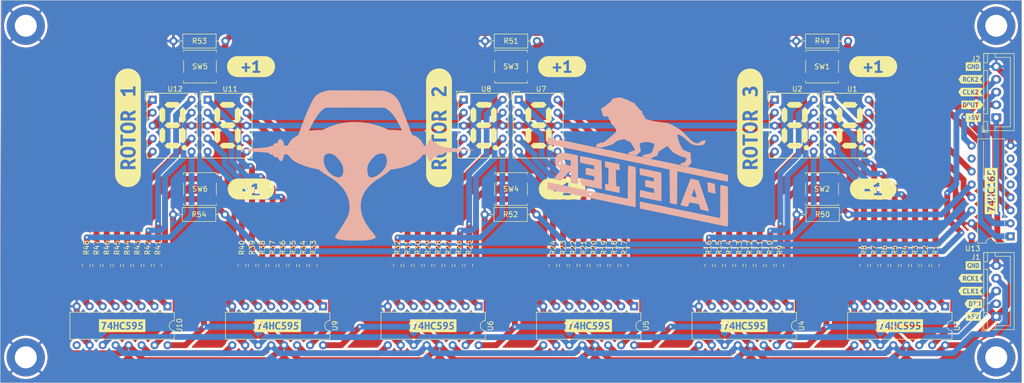
<source format=kicad_pcb>
(kicad_pcb (version 20220914) (generator pcbnew)
  (layers (0 "F.Cu" signal) (31 "B.Cu" signal) (34 "B.Paste" user) (35 "F.Paste" user) (36 "B.SilkS" user "B.Silkscreen") (37 "F.SilkS" user "F.Silkscreen") (38 "B.Mask" user) (39 "F.Mask" user) (44 "Edge.Cuts" user))
  (net 0 "")
  (net 1 "GND")
  (net 2 "+5V")
  (net 3 "ROTOR_DIN")
  (net 4 "ROTOR_CLK")
  (net 5 "ROTOR_RCK")
  (net 6 "ROT_IN_DOUT")
  (net 7 "ROT_IN_CLK")
  (net 8 "ROT_IN_RCK")
  (net 9 "Net-(U3-QA)")
  (net 10 "Net-(U1-A)")
  (net 11 "Net-(U3-QB)")
  (net 12 "Net-(U1-B)")
  (net 13 "Net-(U3-QC)")
  (net 14 "Net-(U1-C)")
  (net 15 "Net-(U3-QD)")
  (net 16 "Net-(U1-D)")
  (net 17 "Net-(U3-QE)")
  (net 18 "Net-(U1-E)")
  (net 19 "Net-(U3-QF)")
  (net 20 "Net-(U1-F)")
  (net 21 "Net-(U3-QG)")
  (net 22 "Net-(U1-G)")
  (net 23 "Net-(U3-QH)")
  (net 24 "Net-(U1-DP)")
  (net 25 "Net-(U4-QA)")
  (net 26 "Net-(U2-A)")
  (net 27 "Net-(U4-QB)")
  (net 28 "Net-(U2-B)")
  (net 29 "Net-(U4-QC)")
  (net 30 "Net-(U2-C)")
  (net 31 "Net-(U4-QD)")
  (net 32 "Net-(U2-D)")
  (net 33 "Net-(U4-QE)")
  (net 34 "Net-(U2-E)")
  (net 35 "Net-(U4-QF)")
  (net 36 "Net-(U2-F)")
  (net 37 "Net-(U4-QG)")
  (net 38 "Net-(U2-G)")
  (net 39 "Net-(U4-QH)")
  (net 40 "Net-(U2-DP)")
  (net 41 "Net-(U5-QA)")
  (net 42 "Net-(U7-A)")
  (net 43 "Net-(U5-QB)")
  (net 44 "Net-(U7-B)")
  (net 45 "Net-(U5-QC)")
  (net 46 "Net-(U7-C)")
  (net 47 "Net-(U5-QD)")
  (net 48 "Net-(U7-D)")
  (net 49 "Net-(U5-QE)")
  (net 50 "Net-(U7-E)")
  (net 51 "Net-(U5-QF)")
  (net 52 "Net-(U7-F)")
  (net 53 "Net-(U5-QG)")
  (net 54 "Net-(U7-G)")
  (net 55 "Net-(U5-QH)")
  (net 56 "Net-(U7-DP)")
  (net 57 "Net-(U6-QA)")
  (net 58 "Net-(U8-A)")
  (net 59 "Net-(U6-QB)")
  (net 60 "Net-(U8-B)")
  (net 61 "Net-(U6-QC)")
  (net 62 "Net-(U8-C)")
  (net 63 "Net-(U6-QD)")
  (net 64 "Net-(U8-D)")
  (net 65 "Net-(U6-QE)")
  (net 66 "Net-(U8-E)")
  (net 67 "Net-(U6-QF)")
  (net 68 "Net-(U8-F)")
  (net 69 "Net-(U6-QG)")
  (net 70 "Net-(U8-G)")
  (net 71 "Net-(U6-QH)")
  (net 72 "Net-(U8-DP)")
  (net 73 "Net-(U9-QA)")
  (net 74 "Net-(U11-A)")
  (net 75 "Net-(U9-QB)")
  (net 76 "Net-(U11-B)")
  (net 77 "Net-(U9-QC)")
  (net 78 "Net-(U11-C)")
  (net 79 "Net-(U9-QD)")
  (net 80 "Net-(U11-D)")
  (net 81 "Net-(U9-QE)")
  (net 82 "Net-(U11-E)")
  (net 83 "Net-(U9-QF)")
  (net 84 "Net-(U11-F)")
  (net 85 "Net-(U9-QG)")
  (net 86 "Net-(U11-G)")
  (net 87 "Net-(U9-QH)")
  (net 88 "Net-(U11-DP)")
  (net 89 "Net-(U10-QA)")
  (net 90 "Net-(U12-A)")
  (net 91 "Net-(U10-QB)")
  (net 92 "Net-(U12-B)")
  (net 93 "Net-(U10-QC)")
  (net 94 "Net-(U12-C)")
  (net 95 "Net-(U10-QD)")
  (net 96 "Net-(U12-D)")
  (net 97 "Net-(U10-QE)")
  (net 98 "Net-(U12-E)")
  (net 99 "Net-(U10-QF)")
  (net 100 "Net-(U12-F)")
  (net 101 "Net-(U10-QG)")
  (net 102 "Net-(U12-G)")
  (net 103 "Net-(U10-QH)")
  (net 104 "Net-(U12-DP)")
  (net 105 "Net-(U3-QH')")
  (net 106 "Net-(U4-QH')")
  (net 107 "Net-(U5-QH')")
  (net 108 "Net-(U6-QH')")
  (net 109 "Net-(U10-SER)")
  (net 111 "/ROTOR_3_UP")
  (net 112 "/ROTOR_3_DOWN")
  (net 117 "/ROTOR_1_UP")
  (net 118 "/ROTOR_1_DOWN")
  (net 119 "/ROTOR_2_UP")
  (net 120 "/ROTOR_2_DOWN")
  (footprint "Resistor_SMD:R_0805_2012Metric_Pad1.20x1.40mm_HandSolder" (layer "F.Cu") (at 133.2 77 90)
    (fp_text reference "R24")
    (fp_text value "155" hide)
  )
  (footprint "kibuzzard-63728953" (layer "F.Cu") (at 110.9 50 90)
    (fp_text reference "kibuzzard-63728953" hide)
    (fp_text value "G***" hide)
  )
  (footprint "Resistor_SMD:R_0805_2012Metric_Pad1.20x1.40mm_HandSolder" (layer "F.Cu") (at 175.7 77 90)
    (fp_text reference "R10")
    (fp_text value "155" hide)
  )
  (footprint "Resistor_SMD:R_0805_2012Metric_Pad1.20x1.40mm_HandSolder" (layer "F.Cu") (at 72.3 77 90)
    (fp_text reference "R40")
    (fp_text value "155" hide)
  )
  (footprint "kibuzzard-63728741" (layer "F.Cu") (at 109.775 88.8)
    (fp_text reference "kibuzzard-63728741" hide)
    (fp_text value "G***" hide)
  )
  (footprint "Resistor_SMD:R_0805_2012Metric_Pad1.20x1.40mm_HandSolder" (layer "F.Cu") (at 139.2 77 90)
    (fp_text reference "R21")
    (fp_text value "155" hide)
  )
  (footprint "Resistor_SMD:R_0805_2012Metric_Pad1.20x1.40mm_HandSolder" (layer "F.Cu") (at 78.3 77 90)
    (fp_text reference "R37")
    (fp_text value "155" hide)
  )
  (footprint "kibuzzard-637289FA" (layer "F.Cu") (at 215.5 87)
    (fp_text reference "kibuzzard-637289FA" hide)
    (fp_text value "G***" hide)
  )
  (footprint "HDSP-561E:HDSP-561E" (layer "F.Cu") (at 115.7325 44.5)
    (fp_text reference "U8" hide)
    (fp_text value "~" hide)
  )
  (footprint "kibuzzard-63728741" (layer "F.Cu") (at 170.675 88.8)
    (fp_text reference "kibuzzard-63728741" hide)
    (fp_text value "G***" hide)
  )
  (footprint "Resistor_SMD:R_0805_2012Metric_Pad1.20x1.40mm_HandSolder" (layer "F.Cu") (at 137.2 77 90)
    (fp_text reference "R22")
    (fp_text value "155" hide)
  )
  (footprint "Resistor_SMD:R_0805_2012Metric_Pad1.20x1.40mm_HandSolder" (layer "F.Cu") (at 167.7 77 90)
    (fp_text reference "R14")
    (fp_text value "155" hide)
  )
  (footprint "kibuzzard-63728A60" (layer "F.Cu") (at 215 40.5)
    (fp_text reference "kibuzzard-63728A60" hide)
    (fp_text value "G***" hide)
  )
  (footprint "kibuzzard-63728829" (layer "F.Cu") (at 50 50 90)
    (fp_text reference "kibuzzard-63728829" hide)
    (fp_text value "G***" hide)
  )
  (footprint "Resistor_SMD:R_0805_2012Metric_Pad1.20x1.40mm_HandSolder" (layer "F.Cu") (at 135.2 77 90)
    (fp_text reference "R23")
    (fp_text value "155" hide)
  )
  (footprint "Resistor_SMD:R_0805_2012Metric_Pad1.20x1.40mm_HandSolder" (layer "F.Cu") (at 141.2 77 90)
    (fp_text reference "R20")
    (fp_text value "155" hide)
  )
  (footprint "Package_DIP:DIP-16_W7.62mm" (layer "F.Cu") (at 57.75 85 -90)
    (fp_text reference "U10")
    (fp_text value "74HC595")
  )
  (footprint "Package_DIP:DIP-16_W7.62mm" (layer "F.Cu") (at 118.65 85 -90)
    (fp_text reference "U6")
    (fp_text value "74HC595")
  )
  (footprint "Resistor_SMD:R_0805_2012Metric_Pad1.20x1.40mm_HandSolder" (layer "F.Cu") (at 104.75 77 90)
    (fp_text reference "R31")
    (fp_text value "155" hide)
  )
  (footprint "Resistor_SMD:R_0805_2012Metric_Pad1.20x1.40mm_HandSolder" (layer "F.Cu") (at 41.85 77 90)
    (fp_text reference "R48")
    (fp_text value "155" hide)
  )
  (footprint "kibuzzard-63728A71" (layer "F.Cu") (at 215 82)
    (fp_text reference "kibuzzard-63728A71" hide)
    (fp_text value "G***" hide)
  )
  (footprint "Resistor_SMD:R_0805_2012Metric_Pad1.20x1.40mm_HandSolder" (layer "F.Cu") (at 74.3 77 90)
    (fp_text reference "R39")
    (fp_text value "155" hide)
  )
  (footprint "Resistor_THT:R_Axial_DIN0207_L6.3mm_D2.5mm_P10.16mm_Horizontal" (layer "F.Cu") (at 191 33 180)
    (fp_text reference "R49")
    (fp_text value "10k" hide)
  )
  (footprint "Resistor_SMD:R_0805_2012Metric_Pad1.20x1.40mm_HandSolder" (layer "F.Cu") (at 177.65 77 90)
    (fp_text reference "R9")
    (fp_text value "155" hide)
  )
  (footprint "MountingHole:MountingHole_4.3mm_M4_DIN965_Pad" (layer "F.Cu") (at 30 95)
    (fp_text reference "H3" hide)
    (fp_text value "MountingHole_Pad" hide)
  )
  (footprint "Resistor_SMD:R_0805_2012Metric_Pad1.20x1.40mm_HandSolder" (layer "F.Cu") (at 80.3 77 90)
    (fp_text reference "R36")
    (fp_text value "155" hide)
  )
  (footprint "kibuzzard-637289C5" (layer "F.Cu") (at 215.5 84.5)
    (fp_text reference "kibuzzard-637289C5" hide)
    (fp_text value "G***" hide)
  )
  (footprint "Button_Switch_SMD:SW_Push_1P1T_NO_CK_KSC6xxJ" (layer "F.Cu") (at 185.8999 62)
    (fp_text reference "SW2")
    (fp_text value "SW_Push_Dual")
  )
  (footprint "MountingHole:MountingHole_4.3mm_M4_DIN965_Pad" (layer "F.Cu") (at 30 30)
    (fp_text reference "H1" hide)
    (fp_text value "MountingHole_Pad" hide)
  )
  (footprint "MountingHole:MountingHole_4.3mm_M4_DIN965_Pad" (layer "F.Cu") (at 220 30)
    (fp_text reference "H2" hide)
    (fp_text value "MountingHole_Pad" hide)
  )
  (footprint "Resistor_SMD:R_0805_2012Metric_Pad1.20x1.40mm_HandSolder" (layer "F.Cu") (at 112.75 77 90)
    (fp_text reference "R27")
    (fp_text value "155" hide)
  )
  (footprint "Resistor_SMD:R_0805_2012Metric_Pad1.20x1.40mm_HandSolder" (layer "F.Cu") (at 165.7 77 90)
    (fp_text reference "R15")
    (fp_text value "155" hide)
  )
  (footprint "Resistor_SMD:R_0805_2012Metric_Pad1.20x1.40mm_HandSolder" (layer "F.Cu") (at 110.75 77 90)
    (fp_text reference "R28")
    (fp_text value "155" hide)
  )
  (footprint "Resistor_SMD:R_0805_2012Metric_Pad1.20x1.40mm_HandSolder" (layer "F.Cu") (at 49.85 77 90)
    (fp_text reference "R44")
    (fp_text value "155" hide)
  )
  (footprint "Button_Switch_SMD:SW_Push_1P1T_NO_CK_KSC6xxJ" (layer "F.Cu") (at 125 38 180)
    (fp_text reference "SW3")
    (fp_text value "SW_Push_Dual" hide)
  )
  (footprint "kibuzzard-63728A6D" (layer "F.Cu") (at 215 79.5)
    (fp_text reference "kibuzzard-63728A6D" hide)
    (fp_text value "G***" hide)
  )
  (footprint "Package_DIP:DIP-16_W7.62mm" (layer "F.Cu") (at 210 85 -90)
    (fp_text reference "U3")
    (fp_text value "74HC595")
  )
  (footprint "kibuzzard-6372869D" (layer "F.Cu") (at 74.09999 62)
    (fp_text reference "kibuzzard-6372869D" hide)
    (fp_text value "G***" hide)
  )
  (footprint "Resistor_SMD:R_0805_2012Metric_Pad1.20x1.40mm_HandSolder" (layer "F.Cu") (at 194.1 77 90)
    (fp_text reference "R8")
    (fp_text value "155" hide)
  )
  (footprint "HDSP-561E:HDSP-561E" (layer "F.Cu") (at 176.6325 44.5)
    (fp_text reference "U2" hide)
    (fp_text value "~" hide)
  )
  (footprint "Resistor_SMD:R_0805_2012Metric_Pad1.20x1.40mm_HandSolder" (layer "F.Cu") (at 43.85 77 90)
    (fp_text reference "R47")
    (fp_text value "155" hide)
  )
  (footprint "kibuzzard-63728972" (layer "F.Cu") (at 215.5 77)
    (fp_text reference "kibuzzard-63728972" hide)
    (fp_text value "G***" hide)
  )
  (footprint "Resistor_SMD:R_0805_2012Metric_Pad1.20x1.40mm_HandSolder" (layer "F.Cu") (at 55.85 77 90)
    (fp_text reference "R41")
    (fp_text value "155" hide)
  )
  (footprint "Resistor_THT:R_Axial_DIN0207_L6.3mm_D2.5mm_P10.16mm_Horizontal" (layer "F.Cu") (at 130 67 180)
    (fp_text reference "R52")
    (fp_text value "10k" hide)
  )
  (footprint "Resistor_SMD:R_0805_2012Metric_Pad1.20x1.40mm_HandSolder" (layer "F.Cu") (at 147.2 77 90)
    (fp_text reference "R17")
    (fp_text value "155" hide)
  )
  (footprint "Resistor_SMD:R_0805_2012Metric_Pad1.20x1.40mm_HandSolder" (layer "F.Cu") (at 196.1 77 90)
    (fp_text reference "R7")
    (fp_text value "155" hide)
  )
  (footprint "kibuzzard-6372894E" (layer "F.Cu") (at 171.8 50 90)
    (fp_text reference "kibuzzard-6372894E" hide)
    (fp_text value "G***" hide)
  )
  (footprint "Resistor_SMD:R_0805_2012Metric_Pad1.20x1.40mm_HandSolder" (layer "F.Cu") (at 198.1 77 90)
    (fp_text reference "R6")
    (fp_text value "155" hide)
  )
  (footprint "Resistor_SMD:R_0805_2012Metric_Pad1.20x1.40mm_HandSolder" (layer "F.Cu") (at 45.85 77 90)
    (fp_text reference "R46")
    (fp_text value "155" hide)
  )
  (footprint "kibuzzard-63728741" (layer "F.Cu") (at 79.325 88.8)
    (fp_text reference "kibuzzard-63728741" hide)
    (fp_text value "G***" hide)
  )
  (footprint "kibuzzard-63728640" (layer "F.Cu") (at 135 38)
    (fp_text reference "kibuzzard-63728640" hide)
    (fp_text value "G***" hide)
  )
  (footprint "Resistor_SMD:R_0805_2012Metric_Pad1.20x1.40mm_HandSolder" (layer "F.Cu") (at 108.75 77 90)
    (fp_text reference "R29")
    (fp_text value "155" hide)
  )
  (footprint "Connector_JST:JST_XH_B5B-XH-A_1x05_P2.50mm_Vertical" (layer "F.Cu") (at 220 48 90)
    (fp_text reference "J2")
    (fp_text value "Conn_01x05")
  )
  (footprint "Package_DIP:DIP-16_W7.62mm" (layer "F.Cu") (at 149.1 85 -90)
    (fp_text reference "U5")
    (fp_text value "74HC595")
  )
  (footprint "Resistor_SMD:R_0805_2012Metric_Pad1.20x1.40mm_HandSolder" (layer "F.Cu") (at 47.85 77 90)
    (fp_text reference "R45")
    (fp_text value "155" hide)
  )
  (footprint "Resistor_SMD:R_0805_2012Metric_Pad1.20x1.40mm_HandSolder" (layer "F.Cu") (at 204.1 77 90)
    (fp_text reference "R3")
    (fp_text value "155" hide)
  )
  (footprint "Button_Switch_SMD:SW_Push_1P1T_NO_CK_KSC6xxJ" (layer "F.Cu") (at 64.09999 38 180)
    (fp_text reference "SW5")
    (fp_text value "SW_Push_Dual" hide)
  )
  (footprint "Resistor_SMD:R_0805_2012Metric_Pad1.20x1.40mm_HandSolder" (layer "F.Cu") (at 82.3 77 90)
    (fp_text reference "R35")
    (fp_text value "155" hide)
  )
  (footprint "Resistor_SMD:R_0805_2012Metric_Pad1.20x1.40mm_HandSolder" (layer "F.Cu") (at 173.7 77 90)
    (fp_text reference "R11")
    (fp_text value "155" hide)
  )
  (footprint "Resistor_SMD:R_0805_2012Metric_Pad1.20x1.40mm_HandSolder" (layer "F.Cu") (at 206.1 77 90)
    (fp_text reference "R2")
    (fp_text value "155" hide)
  )
  (footprint "Resistor_SMD:R_0805_2012Metric_Pad1.20x1.40mm_HandSolder" (layer "F.Cu") (at 171.7 77 90)
    (fp_text reference "R12")
    (fp_text value "155" hide)
  )
  (footprint "Resistor_THT:R_Axial_DIN0207_L6.3mm_D2.5mm_P10.16mm_Horizontal" (layer "F.Cu") (at 69 67 180)
    (fp_text reference "R54")
    (fp_text value "10k" hide)
  )
  (footprint "Resistor_SMD:R_0805_2012Metric_Pad1.20x1.40mm_HandSolder" (layer "F.Cu") (at 169.7 77 90)
    (fp_text reference "R13")
    (fp_text value "155" hide)
  )
  (footprint "kibuzzard-6372869D" (layer "F.Cu") (at 195.8999 62)
    (fp_text reference "kibuzzard-6372869D" hide)
    (fp_text value "G***" hide)
  )
  (footprint "Resistor_SMD:R_0805_2012Metric_Pad1.20x1.40mm_HandSolder" (layer "F.Cu") (at 76.3 77 90)
    (fp_text reference "R38")
    (fp_text value "155" hide)
  )
  (footprint "HDSP-561E:HDSP-561E" (layer "F.Cu") (at 126.5 44.5)
    (fp_text reference "U7" hide)
    (fp_text value "~" hide)
  )
  (footprint "Resistor_SMD:R_0805_2012Metric_Pad1.20x1.40mm_HandSolder" (layer "F.Cu") (at 53.85 77 90)
    (fp_text reference "R42")
    (fp_text value "155" hide)
  )
  (footprint "Package_DIP:DIP-16_W7.62mm" (layer "F.Cu") (at 179.55 85 -90)
    (fp_text reference "U4")
    (fp_text value "74HC595")
  )
  (footprint "Package_DIP:DIP-16_W7.62mm" (layer "F.Cu") (at 222.8 71.275 180)
    (fp_text reference "U13")
    (fp_text value "74HC165")
  )
  (footprint "Resistor_SMD:R_0805_2012Metric_Pad1.20x1.40mm_HandSolder" (layer "F.Cu") (at 208.1 77 90)
    (fp_text reference "R1")
    (fp_text value "155" hide)
  )
  (footprint "Resistor_SMD:R_0805_2012Metric_Pad1.20x1.40mm_HandSolder" (layer "F.Cu") (at 200.1 77 90)
    (fp_text reference "R5")
    (fp_text value "155" hide)
  )
  (footprint "kibuzzard-6372875B" (layer "F.Cu") (at 219 62.4 90)
    (fp_text reference "kibuzzard-6372875B" hide)
    (fp_text value "G***" hide)
  )
  (footprint "Resistor_SMD:R_0805_2012Metric_Pad1.20x1.40mm_HandSolder" (layer "F.Cu") (at 114.75 77 90)
    (fp_text reference "R26")
    (fp_text value "155" hide)
  )
  (footprint "kibuzzard-63728A55" (layer "F.Cu") (at 215 43)
    (fp_text reference "kibuzzard-63728A55" hide)
    (fp_text value "G***" hide)
  )
  (footprint "Resistor_THT:R_Axial_DIN0207_L6.3mm_D2.5mm_P10.16mm_Horizontal" (layer "F.Cu") (at 69.08 33 180)
    (fp_text reference "R53")
    (fp_text value "10k" hide)
  )
  (footprint "Resistor_SMD:R_0805_2012Metric_Pad1.20x1.40mm_HandSolder" (layer "F.Cu") (at 84.3 77 90)
    (fp_text reference "R34")
    (fp_text value "155" hide)
  )
  (footprint "kibuzzard-6372869D" (layer "F.Cu") (at 135 62)
    (fp_text reference "kibuzzard-6372869D" hide)
    (fp_text value "G***" hide)
  )
  (footprint "Resistor_SMD:R_0805_2012Metric_Pad1.20x1.40mm_HandSolder" (layer "F.Cu") (at 86.3 77 90)
    (fp_text reference "R33")
    (fp_text value "155" hide)
  )
  (footprint "Connector_JST:JST_XH_B5B-XH-A_1x05_P2.50mm_Vertical" (layer "F.Cu") (at 220 87 90)
    (fp_text reference "J1")
    (fp_text value "Conn_01x05")
  )
  (footprint "Resistor_SMD:R_0805_2012Metric_Pad1.20x1.40mm_HandSolder" (layer "F.Cu") (at 143.2 77 90)
    (fp_text reference "R19")
    (fp_text value "155" hide)
  )
  (footprint "Resistor_SMD:R_0805_2012Metric_Pad1.20x1.40mm_HandSolder" (layer "F.Cu") (at 106.75 77 90)
    (fp_text reference "R30")
    (fp_text value "155" hide)
  )
  (footprint "Button_Switch_SMD:SW_Push_1P1T_NO_CK_KSC6xxJ" (layer "F.Cu") (at 185.8999 38 180)
    (fp_text reference "SW1")
    (fp_text value "SW_Push_Dual")
  )
  (footprint "Resistor_SMD:R_0805_2012Metric_Pad1.20x1.40mm_HandSolder" (layer "F.Cu") (at 202.1 77 90)
    (fp_text reference "R4")
    (fp_text value "155" hide)
  )
  (footprint "Resistor_THT:R_Axial_DIN0207_L6.3mm_D2.5mm_P10.16mm_Horizontal" (layer "F.Cu") (at 191.08 67 180)
    (fp_text reference "R50")
    (fp_text value "10k" hide)
  )
  (footprint "Resistor_SMD:R_0805_2012Metric_Pad1.20x1.40mm_HandSolder" (layer "F.Cu") (at 102.75 77 90)
    (fp_text reference "R32")
    (fp_text value "155" hide)
  )
  (footprint "kibuzzard-63728741" (layer "F.Cu") (at 48.875 88.8)
    (fp_text reference "kibuzzard-63728741" hide)
    (fp_text value "G***" hide)
  )
  (footprint "HDSP-561E:HDSP-561E" (layer "F.Cu") (at 65.59999 44.5)
    (fp_text reference "U11" hide)
    (fp_text value "~" hide)
  )
  (footprint "HDSP-561E:HDSP-561E" (layer "F.Cu") (at 187.3999 44.5)
    (fp_text reference "U1" hide)
    (fp_text value "~" hide)
  )
  (footprint "Button_Switch_SMD:SW_Push_1P1T_NO_CK_KSC6xxJ" (layer "F.Cu") (at 64.09999 62)
    (fp_text reference "SW6")
    (fp_text value "SW_Push_Dual" hide)
  )
  (footprint "HDSP-561E:HDSP-561E" (layer "F.Cu") (at 54.8325 44.5)
    (fp_text reference "U12" hide)
    (fp_text value "~" hide)
  )
  (footprint "kibuzzard-63728972" (layer "F.Cu") (at 215.5 38)
    (fp_text reference "kibuzzard-63728972" hide)
    (fp_text value "G***" hide)
  )
  (footprint "kibuzzard-637289FA" (layer "F.Cu") (at 215.5 48)
    (fp_text reference "kibuzzard-637289FA" hide)
    (fp_text value "G***" hide)
  )
  (footprint "Resistor_SMD:R_0805_2012Metric_Pad1.20x1.40mm_HandSolder" (layer "F.Cu") (at 145.2 77 90)
    (fp_text reference "R18")
    (fp_text value "155" hide)
  )
  (footprint "kibuzzard-63728741" (layer "F.Cu") (at 201.125 88.8)
    (fp_text reference "kibuzzard-63728741" hide)
    (fp_text value "G***" hide)
  )
  (footprint "Package_DIP:DIP-16_W7.62mm" (layer "F.Cu") (at 88.2 85 -90)
    (fp_text reference "U9")
    (fp_text value "74HC595")
  )
  (footprint "kibuzzard-63728640" (layer "F.Cu") (at 195.8999 38)
    (fp_text reference "kibuzzard-63728640" hide)
    (fp_text value "G***" hide)
  )
  (footprint "Resistor_SMD:R_0805_2012Metric_Pad1.20x1.40mm_HandSolder" (layer "F.Cu") (at 51.85 77 90)
    (fp_text reference "R43")
    (fp_text value "155" hide)
  )
  (footprint "kibuzzard-63728A42" (layer "F.Cu") (at 215.3 45.5)
    (fp_text reference "kibuzzard-63728A42" hide)
    (fp_text value "G***" hide)
  )
  (footprint "Resistor_SMD:R_0805_2012Metric_Pad1.20x1.40mm_HandSolder" (layer "F.Cu") (at 116.75 77 90)
    (fp_text reference "R25")
    (fp_text value "155" hide)
  )
  (footprint "Resistor_SMD:R_0805_2012Metric_Pad1.20x1.40mm_HandSolder" (layer "F.Cu") (at 163.7 77 90)
    (fp_text reference "R16")
    (fp_text value "155" hide)
  )
  (footprint "Resistor_THT:R_Axial_DIN0207_L6.3mm_D2.5mm_P10.16mm_Horizontal" (layer "F.Cu") (at 130.08 33 180)
    (fp_text reference "R51")
    (fp_text value "10k" hide)
  )
  (footprint "kibuzzard-63728640" (layer "F.Cu") (at 74.09999 38)
    (fp_text reference "kibuzzard-63728640" hide)
    (fp_text value "G***" hide)
  )
  (footprint "MountingHole:MountingHole_4.3mm_M4_DIN965_Pad" (layer "F.Cu") (at 220 95)
    (fp_text reference "H4" hide)
    (fp_text value "MountingHole_Pad" hide)
  )
  (footprint "kibuzzard-63728741" (layer "F.Cu") (at 140.225 88.8)
    (fp_text reference "kibuzzard-63728741" hide)
    (fp_text value "G***" hide)
  )
  (footprint "Button_Switch_SMD:SW_Push_1P1T_NO_CK_KSC6xxJ" (layer "F.Cu") (at 125 62)
    (fp_text reference "SW4")
    (fp_text value "SW_Push_Dual")
  )
  (footprint "LOGO" (layer "B.Cu") (at 150 57.5 180)
    (fp_text reference "G***" hide)
    (fp_text value "LOGO" hide)
  )
  (footprint "LOGO" (layer "B.Cu") (at 150 57.5 180)
    (fp_text reference "G***" hide)
    (fp_text value "LOGO" hide)
  )
  (footprint "LOGO" (layer "B.Cu") (at 95 57.5 180)
    (fp_text reference "G***" hide)
    (fp_text value "LOGO" hide)
  )
  (gr_rect (start 25 25) (end 225 100) (stroke (width 0.1)) (fill none) (layer "Edge.Cuts"))
  (segment (start 180.92 67) (end 180.92 73.7) (width 1.152) (layer "F.Cu") (net 1))
  (segment (start 70.42 90.08) (end 72.96 92.62) (width 1.152) (layer "F.Cu") (net 1))
  (segment (start 100.87 85) (end 100.87 90.08) (width 1.152) (layer "F.Cu") (net 1))
  (segment (start 119.84 73.52) (end 131.32 85) (width 1.152) (layer "F.Cu") (net 1))
  (segment (start 220 73.555) (end 220 77) (width 1.152) (layer "F.Cu") (net 1))
  (segment (start 131.32 85) (end 131.32 90.08) (width 1.152) (layer "F.Cu") (net 1))
  (segment (start 39.97 90.08) (end 42.51 92.62) (width 1.152) (layer "F.Cu") (net 1))
  (segment (start 39.97 85) (end 39.97 90.08) (width 1.152) (layer "F.Cu") (net 1))
  (segment (start 70.42 85) (end 70.42 90.08) (width 1.152) (layer "F.Cu") (net 1))
  (segment (start 131.32 90.08) (end 133.86 92.62) (width 1.152) (layer "F.Cu") (net 1))
  (segment (start 161.77 85) (end 161.77 90.08) (width 1.152) (layer "F.Cu") (net 1))
  (segment (start 220 38) (end 222.8 40.8) (width 1.152) (layer "F.Cu") (net 1))
  (segment (start 180.92 73.7) (end 192.22 85) (width 1.152) (layer "F.Cu") (net 1))
  (segment (start 161.77 90.08) (end 164.31 92.62) (width 1.152) (layer "F.Cu") (net 1))
  (segment (start 100.87 90.08) (end 103.41 92.62) (width 1.152) (layer "F.Cu") (net 1))
  (segment (start 192.22 90.08) (end 194.76 92.62) (width 1.152) (layer "F.Cu") (net 1))
  (segment (start 58.84 73.42) (end 70.42 85) (width 1.152) (layer "F.Cu") (net 1))
  (segment (start 215.18 68.735) (end 220 73.555) (width 1.152) (layer "F.Cu") (net 1))
  (segment (start 222.8 40.8) (end 222.8 53.495) (width 1.152) (layer "F.Cu") (net 1))
  (segment (start 192.22 85) (end 192.22 90.08) (width 1.152) (layer "F.Cu") (net 1))
  (segment (start 58.84 67) (end 58.84 73.42) (width 1.152) (layer "F.Cu") (net 1))
  (segment (start 119.84 67) (end 119.84 73.52) (width 1.152) (layer "F.Cu") (net 1))
  (segment (start 215.18 82.18) (end 215.18 71.275) (width 1.152) (layer "F.Cu") (net 2))
  (segment (start 202.38 92.62) (end 203.956 94.196) (width 1.152) (layer "F.Cu") (net 2))
  (segment (start 115.7325 49.58) (end 134.12 49.58) (width 1.152) (layer "F.Cu") (net 2))
  (segment (start 222.8 84.2) (end 220 87) (width 1.152) (layer "F.Cu") (net 2))
  (segment (start 39 94.2) (end 32.8 88) (width 1.152) (layer "F.Cu") (net 2))
  (segment (start 141.48 92.62) (end 144.408 95.548) (width 1.152) (layer "F.Cu") (net 2))
  (segment (start 61.19999 60) (end 57.252 63.94799) (width 1.152) (layer "F.Cu") (net 2))
  (segment (start 53.058 95.548) (end 77.652 95.548) (width 1.152) (layer "F.Cu") (net 2))
  (segment (start 199.452 95.548) (end 202.38 92.62) (width 1.152) (layer "F.Cu") (net 2))
  (segment (start 198.81 89) (end 202.43 92.62) (width 1.152) (layer "F.Cu") (net 2))
  (segment (start 214.38 92.62) (end 210 92.62) (width 1.152) (layer "F.Cu") (net 2))
  (segment (start 50.13 92.62) (end 53.058 95.548) (width 1.152) (layer "F.Cu") (net 2))
  (segment (start 111.03 92.62) (end 108.102 95.548) (width 1.152) (layer "F.Cu") (net 2))
  (segment (start 91.765 92.62) (end 95.385 89) (width 1.152) (layer "F.Cu") (net 2))
  (segment (start 57.252 73) (end 57.381008 73.129008) (width 1.152) (layer "F.Cu") (net 2))
  (segment (start 88.235 92.62) (end 91.765 92.62) (width 1.152) (layer "F.Cu") (net 2))
  (segment (start 57.252 63.94799) (end 57.252 73) (width 1.152) (layer "F.Cu") (net 2))
  (segment (start 105.885 89) (end 107.445 89) (width 1.152) (layer "F.Cu") (net 2))
  (segment (start 61.19999 43.21251) (end 54.8325 49.58) (width 1.152) (layer "F.Cu") (net 2))
  (segment (start 137.81 89) (end 141.43 92.62) (width 1.152) (layer "F.Cu") (net 2))
  (segment (start 77.652 95.548) (end 80.58 92.62) (width 1.152) (layer "F.Cu") (net 2))
  (segment (start 183.13 92.62) (end 186.75 89) (width 1.152) (layer "F.Cu") (net 2))
  (segment (start 64.88 85.117984) (end 64.88 89) (width 1.152) (layer "F.Cu") (net 2))
  (segment (start 188.7999 40) (end 188.7999 43.048801) (width 1.152) (layer "F.Cu") (net 2))
  (segment (start 122.13 92.62) (end 125.75 89) (width 1.152) (layer "F.Cu") (net 2))
  (segment (start 138.552 95.548) (end 141.48 92.62) (width 1.152) (layer "F.Cu") (net 2))
  (segment (start 83.508 95.548) (end 80.58 92.62) (width 1.152) (layer "F.Cu") (net 2))
  (segment (start 186.75 84.75) (end 186.75 89) (width 1.152) (layer "F.Cu") (net 2))
  (segment (start 40.2 40) (end 64.6 40) (width 1.152) (layer "F.Cu") (net 2))
  (segment (start 118.152 63.948) (end 118.152 74) (width 1.152) (layer "F.Cu") (net 2))
  (segment (start 64.6 40) (end 188.7999 40) (width 1.152) (layer "F.Cu") (net 2))
  (segment (start 222.8 74.442984) (end 222.8 84.2) (width 1.152) (layer "F.Cu") (net 2))
  (segment (start 32.8 88) (end 32.8 64.4) (width 1.152) (layer "F.Cu") (net 2))
  (segment (start 40.2 40) (end 32.8 47.4) (width 1.152) (layer "F.Cu") (net 2))
  (segment (start 179.6 92.62) (end 183.13 92.62) (width 1.152) (layer "F.Cu") (net 2))
  (segment (start 107.445 89) (end 111.065 92.62) (width 1.152) (layer "F.Cu") (net 2))
  (segment (start 188.7999 43.048801) (end 195.0199 49.268801) (width 1.152) (layer "F.Cu") (net 2))
  (segment (start 118.6 92.62) (end 122.13 92.62) (width 1.152) (layer "F.Cu") (net 2))
  (segment (start 208.424 94.196) (end 210 92.62) (width 1.152) (layer "F.Cu") (net 2))
  (segment (start 57.381008 77.618992) (end 64.88 85.117984) (width 1.152) (layer "F.Cu") (net 2))
  (segment (start 54.8325 49.58) (end 73.21999 49.58) (width 1.152) (layer "F.Cu") (net 2))
  (segment (start 179.126 77.126) (end 186.75 84.75) (width 1.152) (layer "F.Cu") (net 2))
  (segment (start 61.19999 60) (end 66.99999 60) (width 1.152) (layer "F.Cu") (net 2))
  (segment (start 76.94 89) (end 80.56 92.62) (width 1.152) (layer "F.Cu") (net 2))
  (segment (start 111.03 92.62) (end 113.958 95.548) (width 1.152) (layer "F.Cu") (net 2))
  (segment (start 176.6325 49.58) (end 195.0199 49.58) (width 1.152) (layer "F.Cu") (net 2))
  (segment (start 113.958 95.548) (end 138.552 95.548) (width 1.152) (layer "F.Cu") (net 2))
  (segment (start 61.26 92.62) (end 64.88 89) (width 1.152) (layer "F.Cu") (net 2))
  (segment (start 61.19999 40) (end 40.2 40) (width 1.152) (layer "F.Cu") (net 2))
  (segment (start 122.1 60) (end 127.9 60) (width 1.152) (layer "F.Cu") (net 2))
  (segment (start 57.381008 73.129008) (end 57.381008 77.618992) (width 1.152) (layer "F.Cu") (net 2))
  (segment (start 50.13 92.62) (end 48.55 94.2) (width 1.152) (layer "F.Cu") (net 2))
  (segment (start 182.9999 60) (end 179.126 63.8739) (width 1.152) (layer "F.Cu") (net 2))
  (segment (start 179.126 63.8739) (end 179.126 77.126) (width 1.152) (layer "F.Cu") (net 2))
  (segment (start 32.8 47.4) (end 32.8 64.4) (width 1.152) (layer "F.Cu") (net 2))
  (segment (start 171.93 92.62) (end 174.858 95.548) (width 1.152) (layer "F.Cu") (net 2))
  (segment (start 149.1 92.62) (end 152.63 92.62) (width 1.152) (layer "F.Cu") (net 2))
  (segment (start 121.7765 48.004) (end 121.7765 40.3235) (width 1.152) (layer "F.Cu") (net 2))
  (segment (start 121.7765 40.3235) (end 122.1 40) (width 1.152) (layer "F.Cu") (net 2))
  (segment (start 220 87) (end 214.38 92.62) (width 1.152) (layer "F.Cu") (net 2))
  (segment (start 197.25 89) (end 198.81 89) (width 1.152) (layer "F.Cu") (net 2))
  (segment (start 61.19999 40) (end 61.19999 43.21251) (width 1.152) (layer "F.Cu") (net 2))
  (segment (start 152.63 92.62) (end 156.25 89) (width 1.152) (layer "F.Cu") (net 2))
  (segment (start 182.9999 60) (end 188.7999 60) (width 1.152) (layer "F.Cu") (net 2))
  (segment (start 108.102 95.548) (end 83.508 95.548) (width 1.152) (layer "F.Cu") (net 2))
  (segment (start 220 87) (end 215.18 82.18) (width 1.152) (layer "F.Cu") (net 2))
  (segment (start 118.226 74.074) (end 118.226 77.226) (width 1.152) (layer "F.Cu") (net 2))
  (segment (start 122.1 60) (end 118.152 63.948) (width 1.152) (layer "F.Cu") (net 2))
  (segment (start 118.152 74) (end 118.226 74.074) (width 1.152) (layer "F.Cu") (net 2))
  (segment (start 123.3525 49.58) (end 121.7765 48.004) (width 1.152) (layer "F.Cu") (net 2))
  (segment (start 48.55 94.2) (end 39 94.2) (width 1.152) (layer "F.Cu") (net 2))
  (segment (start 220.2 66.8) (end 220.2 71.842984) (width 1.152) (layer "F.Cu") (net 2))
  (segment (start 220.2 71.842984) (end 222.8 74.442984) (width 1.152) (layer "F.Cu") (net 2))
  (segment (start 61.19999 40) (end 64.6 40) (width 1.152) (layer "F.Cu") (net 2))
  (segment (start 144.408 95.548) (end 169.002 95.548) (width 1.152) (layer "F.Cu") (net 2))
  (segment (start 174.858 95.548) (end 199.452 95.548) (width 1.152) (layer "F.Cu") (net 2))
  (segment (start 169.002 95.548) (end 171.93 92.62) (width 1.152) (layer "F.Cu") (net 2))
  (segment (start 75.38 89) (end 76.94 89) (width 1.152) (layer "F.Cu") (net 2))
  (segment (start 168.31 89) (end 171.93 92.62) (width 1.152) (layer "F.Cu") (net 2))
  (segment (start 203.956 94.196) (end 208.424 94.196) (width 1.152) (layer "F.Cu") (net 2))
  (segment (start 57.73 92.62) (end 61.26 92.62) (width 1.152) (layer "F.Cu") (net 2))
  (segment (start 125.75 84.75) (end 125.75 89) (width 1.152) (layer "F.Cu") (net 2))
  (segment (start 195.0199 49.268801) (end 195.0199 49.58) (width 1.152) (layer "F.Cu") (net 2))
  (segment (start 118.226 77.226) (end 125.75 84.75) (width 1.152) (layer "F.Cu") (net 2))
  (segment (start 166.75 89) (end 168.31 89) (width 1.152) (layer "F.Cu") (net 2))
  (segment (start 136.25 89) (end 137.81 89) (width 1.152) (layer "F.Cu") (net 2))
  (via (at 125.75 89) (size 0.8) (drill 0.4) (layers "F.Cu" "B.Cu") (net 2))
  (via (at 166.75 89) (size 0.8) (drill 0.4) (layers "F.Cu" "B.Cu") (net 2))
  (via (at 136.25 89) (size 0.8) (drill 0.4) (layers "F.Cu" "B.Cu") (net 2))
  (via (at 105.885 89) (size 0.8) (drill 0.4) (layers "F.Cu" "B.Cu") (net 2))
  (via (at 75.38 89) (size 0.8) (drill 0.4) (layers "F.Cu" "B.Cu") (net 2))
  (via (at 156.25 89) (size 0.8) (drill 0.4) (layers "F.Cu" "B.Cu") (net 2))
  (via (at 220.2 66.8) (size 0.8) (drill 0.4) (layers "F.Cu" "B.Cu") (net 2))
  (via (at 186.75 89) (size 0.8) (drill 0.4) (layers "F.Cu" "B.Cu") (net 2))
  (via (at 64.88 89) (size 0.8) (drill 0.4) (layers "F.Cu" "B.Cu") (net 2))
  (via (at 197.25 89) (size 0.8) (drill 0.4) (layers "F.Cu" "B.Cu") (net 2))
  (via (at 95.385 89) (size 0.8) (drill 0.4) (layers "F.Cu" "B.Cu") (net 2))
  (segment (start 95.385 89) (end 105.885 89) (width 1.152) (layer "B.Cu") (net 2))
  (segment (start 220 48) (end 220 66.6) (width 1.152) (layer "B.Cu") (net 2))
  (segment (start 156.25 89) (end 166.75 89) (width 1.152) (layer "B.Cu") (net 2))
  (segment (start 134.12 49.58) (end 176.6325 49.58) (width 1.152) (layer "B.Cu") (net 2))
  (segment (start 186.75 89) (end 197.25 89) (width 1.152) (layer "B.Cu") (net 2))
  (segment (start 125.75 89) (end 136.25 89) (width 1.152) (layer "B.Cu") (net 2))
  (segment (start 73.21999 49.58) (end 115.7325 49.58) (width 1.152) (layer "B.Cu") (net 2))
  (segment (start 64.88 89) (end 75.38 89) (width 1.152) (layer "B.Cu") (net 2))
  (segment (start 220 66.6) (end 220.2 66.8) (width 1.152) (layer "B.Cu") (net 2))
  (segment (start 220 84.5) (end 219.412016 84.5) (width 1.152) (layer "B.Cu") (net 3))
  (segment (start 219.412016 84.5) (end 212.868016 91.044) (width 1.152) (layer "B.Cu") (net 3))
  (segment (start 206.496 91.044) (end 204.92 92.62) (width 1.152) (layer "B.Cu") (net 3))
  (segment (start 212.868016 91.044) (end 206.496 91.044) (width 1.152) (layer "B.Cu") (net 3))
  (segment (start 166.85 92.62) (end 165.274 91.044) (width 1.152) (layer "B.Cu") (net 4))
  (segment (start 212.308 89.692) (end 200.228 89.692) (width 1.152) (layer "B.Cu") (net 4))
  (segment (start 195.724 91.044) (end 168.426 91.044) (width 1.152) (layer "B.Cu") (net 4))
  (segment (start 220 82) (end 212.308 89.692) (width 1.152) (layer "B.Cu") (net 4))
  (segment (start 168.426 91.044) (end 166.85 92.62) (width 1.152) (layer "B.Cu") (net 4))
  (segment (start 197.3 92.62) (end 195.724 91.044) (width 1.152) (layer "B.Cu") (net 4))
  (segment (start 134.824 91.044) (end 107.526 91.044) (width 1.152) (layer "B.Cu") (net 4))
  (segment (start 105.95 92.62) (end 104.374 91.044) (width 1.152) (layer "B.Cu") (net 4))
  (segment (start 136.4 92.62) (end 134.824 91.044) (width 1.152) (layer "B.Cu") (net 4))
  (segment (start 77.076 91.044) (end 75.5 92.62) (width 1.152) (layer "B.Cu") (net 4))
  (segment (start 165.274 91.044) (end 137.976 91.044) (width 1.152) (layer "B.Cu") (net 4))
  (segment (start 46.67 91) (end 45.05 92.62) (width 1.152) (layer "B.Cu") (net 4))
  (segment (start 104.374 91.044) (end 77.076 91.044) (width 1.152) (layer "B.Cu") (net 4))
  (segment (start 75.5 92.62) (end 73.88 91) (width 1.152) (layer "B.Cu") (net 4))
  (segment (start 137.976 91.044) (end 136.4 92.62) (width 1.152) (layer "B.Cu") (net 4))
  (segment (start 107.526 91.044) (end 105.95 92.62) (width 1.152) (layer "B.Cu") (net 4))
  (segment (start 200.228 89.692) (end 197.3 92.62) (width 1.152) (layer "B.Cu") (net 4))
  (segment (start 73.88 91) (end 46.67 91) (width 1.152) (layer "B.Cu") (net 4))
  (segment (start 49.166 94.196) (end 47.59 92.62) (width 1.152) (layer "B.Cu") (net 5))
  (segment (start 201.42 94.2) (end 199.84 92.62) (width 1.152) (layer "B.Cu") (net 5))
  (segment (start 78.04 92.62) (end 76.464 94.196) (width 1.152) (layer "B.Cu") (net 5))
  (segment (start 138.94 92.62) (end 137.364 94.196) (width 1.152) (layer "B.Cu") (net 5))
  (segment (start 221.751 81.251) (end 221.751 88.024983) (width 1.152) (layer "B.Cu") (net 5))
  (segment (start 170.966 94.196) (end 169.39 92.62) (width 1.152) (layer "B.Cu") (net 5))
  (segment (start 169.39 92.62) (end 167.814 94.196) (width 1.152) (layer "B.Cu") (net 5))
  (segment (start 221.751 88.024983) (end 219.301983 90.474) (width 1.152) (layer "B.Cu") (net 5))
  (segment (start 219.301983 90.474) (end 215.350032 90.474) (width 1.152) (layer "B.Cu") (net 5))
  (segment (start 110.066 94.196) (end 108.49 92.62) (width 1.152) (layer "B.Cu") (net 5))
  (segment (start 199.84 92.62) (end 198.264 94.196) (width 1.152) (layer "B.Cu") (net 5))
  (segment (start 137.364 94.196) (end 110.066 94.196) (width 1.152) (layer "B.Cu") (net 5))
  (segment (start 211.624032 94.2) (end 201.42 94.2) (width 1.152) (layer "B.Cu") (net 5))
  (segment (start 76.464 94.196) (end 49.166 94.196) (width 1.152) (layer "B.Cu") (net 5))
  (segment (start 140.516 94.196) (end 138.94 92.62) (width 1.152) (layer "B.Cu") (net 5))
  (segment (start 79.616 94.196) (end 78.04 92.62) (width 1.152) (layer "B.Cu") (net 5))
  (segment (start 108.49 92.62) (end 106.914 94.196) (width 1.152) (layer "B.Cu") (net 5))
  (segment (start 198.264 94.196) (end 170.966 94.196) (width 1.152) (layer "B.Cu") (net 5))
  (segment (start 106.914 94.196) (end 79.616 94.196) (width 1.152) (layer "B.Cu") (net 5))
  (segment (start 167.814 94.196) (end 140.516 94.196) (width 1.152) (layer "B.Cu") (net 5))
  (segment (start 220 79.5) (end 221.751 81.251) (width 1.152) (layer "B.Cu") (net 5))
  (segment (start 215.350032 90.474) (end 211.624032 94.2) (width 1.152) (layer "B.Cu") (net 5))
  (segment (start 220 45.5) (end 216.1 45.5) (width 1.152) (layer "F.Cu") (net 6))
  (segment (start 216.1 45.5) (end 213.712908 47.887092) (width 1.152) (layer "F.Cu") (net 6))
  (via (at 213.712908 47.887092) (size 0.8) (drill 0.4) (layers "F.Cu" "B.Cu") (net 6))
  (segment (start 213.712908 52.027908) (end 215.18 53.495) (width 1.152) (layer "B.Cu") (net 6))
  (segment (start 213.712908 47.887092) (end 213.712908 52.027908) (width 1.152) (layer "B.Cu") (net 6))
  (segment (start 218.249 44.751) (end 218.249 67.449) (width 1.152) (layer "B.Cu") (net 7))
  (segment (start 219.535 68.735) (end 222.8 68.735) (width 1.152) (layer "B.Cu") (net 7))
  (segment (start 218.249 67.449) (end 219.535 68.735) (width 1.152) (layer "B.Cu") (net 7))
  (segment (start 220 43) (end 218.249 44.751) (width 1.152) (layer "B.Cu") (net 7))
  (segment (start 219.875 71.275) (end 222.8 71.275) (width 1.152) (layer "B.Cu") (net 8))
  (segment (start 216.897 68.297) (end 219.875 71.275) (width 1.152) (layer "B.Cu") (net 8))
  (segment (start 216.897 43.603) (end 216.897 68.297) (width 1.152) (layer "B.Cu") (net 8))
  (segment (start 220 40.5) (end 216.897 43.603) (width 1.152) (layer "B.Cu") (net 8))
  (segment (start 208.1 78) (end 211.576 81.476) (width 1.152) (layer "F.Cu") (net 9))
  (segment (start 211.576 88.504) (end 207.46 92.62) (width 1.152) (layer "F.Cu") (net 9))
  (segment (start 211.576 81.476) (end 211.576 88.504) (width 1.152) (layer "F.Cu") (net 9))
  (segment (start 208.1 76) (end 208.1 58.033801) (width 1.152) (layer "F.Cu") (net 10))
  (segment (start 196.5959 46.076) (end 195.0199 44.5) (width 1.152) (layer "F.Cu") (net 10))
  (segment (start 196.5959 46.529701) (end 196.5959 46.076) (width 1.152) (layer "F.Cu") (net 10))
  (segment (start 208.1 58.033801) (end 196.5959 46.529701) (width 1.152) (layer "F.Cu") (net 10))
  (segment (start 206.1 81.1) (end 210 85) (width 1.152) (layer "F.Cu") (net 11))
  (segment (start 206.1 78) (end 206.1 81.1) (width 1.152) (layer "F.Cu") (net 11))
  (segment (start 206.1 76) (end 206.1 58.1201) (width 1.152) (layer "F.Cu") (net 12))
  (segment (start 206.1 58.1201) (end 195.0199 47.04) (width 1.152) (layer "F.Cu") (net 12))
  (segment (start 204.1 81.64) (end 207.46 85) (width 1.152) (layer "F.Cu") (net 13))
  (segment (start 204.1 78) (end 204.1 81.64) (width 1.152) (layer "F.Cu") (net 13))
  (segment (start 204.1 76) (end 204.1 61.2001) (width 1.152) (layer "F.Cu") (net 14))
  (segment (start 204.1 61.2001) (end 195.0199 52.12) (width 1.152) (layer "F.Cu") (net 14))
  (segment (start 202.1 78) (end 202.1 82.18) (width 1.152) (layer "F.Cu") (net 15))
  (segment (start 202.1 82.18) (end 204.92 85) (width 1.152) (layer "F.Cu") (net 15))
  (segment (start 202.1 63.648) (end 201.452 63) (width 1.152) (layer "F.Cu") (net 16))
  (segment (start 202.1 76) (end 202.1 63.648) (width 1.152) (layer "F.Cu") (net 16))
  (via (at 201.452 63) (size 0.8) (drill 0.4) (layers "F.Cu" "B.Cu") (net 16))
  (segment (start 195.39505 63) (end 187.3999 55.00485) (width 1.152) (layer "B.Cu") (net 16))
  (segment (start 187.3999 55.00485) (end 187.3999 54.66) (width 1.152) (layer "B.Cu") (net 16))
  (segment (start 201.452 63) (end 195.39505 63) (width 1.152) (layer "B.Cu") (net 16))
  (segment (start 200.1 78) (end 200.1 82.72) (width 1.152) (layer "F.Cu") (net 17))
  (segment (start 200.1 82.72) (end 202.38 85) (width 1.152) (layer "F.Cu") (net 17))
  (segment (start 200.1 76) (end 200.1 61.648) (width 1.152) (layer "F.Cu") (net 18))
  (segment (start 200.1 61.648) (end 199.452 61) (width 1.152) (layer "F.Cu") (net 18))
  (via (at 199.452 61) (size 0.8) (drill 0.4) (layers "F.Cu" "B.Cu") (net 18))
  (segment (start 188.9759 53.696) (end 188.9759 54.668834) (width 1.152) (layer "B.Cu") (net 18))
  (segment (start 187.3999 52.12) (end 188.9759 53.696) (width 1.152) (layer "B.Cu") (net 18))
  (segment (start 195.307067 61) (end 199.452 61) (width 1.152) (layer "B.Cu") (net 18))
  (segment (start 188.9759 54.668834) (end 195.307067 61) (width 1.152) (layer "B.Cu") (net 18))
  (segment (start 198.1 78) (end 198.1 83.26) (width 1.152) (layer "F.Cu") (net 19))
  (segment (start 198.1 83.26) (end 199.84 85) (width 1.152) (layer "F.Cu") (net 19))
  (segment (start 198.1 59.648) (end 197.452 59) (width 1.152) (layer "F.Cu") (net 20))
  (segment (start 198.1 76) (end 198.1 59.648) (width 1.152) (layer "F.Cu") (net 20))
  (via (at 197.452 59) (size 0.8) (drill 0.4) (layers "F.Cu" "B.Cu") (net 20))
  (segment (start 197.452 59) (end 195.219083 59) (width 1.152) (layer "B.Cu") (net 20))
  (segment (start 192.0919 55.872817) (end 192.0919 51.732) (width 1.152) (layer "B.Cu") (net 20))
  (segment (start 192.0919 51.732) (end 187.3999 47.04) (width 1.152) (layer "B.Cu") (net 20))
  (segment (start 195.219083 59) (end 192.0919 55.872817) (width 1.152) (layer "B.Cu") (net 20))
  (segment (start 196.1 78) (end 196.1 83.8) (width 1.152) (layer "F.Cu") (net 21))
  (segment (start 196.1 83.8) (end 197.3 85) (width 1.152) (layer "F.Cu") (net 21))
  (segment (start 196.1 57.648) (end 195.452 57) (width 1.152) (layer "F.Cu") (net 22))
  (segment (start 196.1 76) (end 196.1 57.648) (width 1.152) (layer "F.Cu") (net 22))
  (via (at 195.452 57) (size 0.8) (drill 0.4) (layers "F.Cu" "B.Cu") (net 22))
  (segment (start 195.452 57) (end 195.131099 57) (width 1.152) (layer "B.Cu") (net 22))
  (segment (start 193.4439 50.544) (end 187.3999 44.5) (width 1.152) (layer "B.Cu") (net 22))
  (segment (start 195.131099 57) (end 193.4439 55.312801) (width 1.152) (layer "B.Cu") (net 22))
  (segment (start 193.4439 55.312801) (end 193.4439 50.544) (width 1.152) (layer "B.Cu") (net 22))
  (segment (start 194.1 78) (end 194.1 84.34) (width 1.152) (layer "F.Cu") (net 23))
  (segment (start 194.1 84.34) (end 194.76 85) (width 1.152) (layer "F.Cu") (net 23))
  (segment (start 194.1 76) (end 194.1 55.5799) (width 1.152) (layer "F.Cu") (net 24))
  (segment (start 194.1 55.5799) (end 195.0199 54.66) (width 1.152) (layer "F.Cu") (net 24))
  (segment (start 177.65 78) (end 181.126 81.476) (width 1.152) (layer "F.Cu") (net 25))
  (segment (start 181.126 81.476) (end 181.126 88.504) (width 1.152) (layer "F.Cu") (net 25))
  (segment (start 181.126 88.504) (end 177.01 92.62) (width 1.152) (layer "F.Cu") (net 25))
  (segment (start 177.75 75.9) (end 177.65 76) (width 1.152) (layer "F.Cu") (net 26))
  (segment (start 177.75 68.796) (end 177.75 75.9) (width 1.152) (layer "F.Cu") (net 26))
  (via (at 177.75 68.796) (size 0.8) (drill 0.4) (layers "F.Cu" "B.Cu") (net 26))
  (segment (start 177.75 58.899) (end 181.3245 55.3245) (width 1.152) (layer "B.Cu") (net 26))
  (segment (start 177.75 68.796) (end 177.75 58.899) (width 1.152) (layer "B.Cu") (net 26))
  (segment (start 181.3245 47.428) (end 181.3245 55.3245) (width 1.152) (layer "B.Cu") (net 26))
  (segment (start 184.2525 44.5) (end 181.3245 47.428) (width 1.152) (layer "B.Cu") (net 26))
  (segment (start 175.7 78) (end 175.7 81.15) (width 1.152) (layer "F.Cu") (net 27))
  (segment (start 175.7 81.15) (end 179.55 85) (width 1.152) (layer "F.Cu") (net 27))
  (segment (start 175.75 75.95) (end 175.7 76) (width 1.152) (layer "F.Cu") (net 28))
  (segment (start 175.75 70.148) (end 175.75 75.95) (width 1.152) (layer "F.Cu") (net 28))
  (via (at 175.75 70.148) (size 0.8) (drill 0.4) (layers "F.Cu" "B.Cu") (net 28))
  (segment (start 182.6765 48.616) (end 184.2525 47.04) (width 1.152) (layer "B.Cu") (net 28))
  (segment (start 179.102 59.459016) (end 182.6765 55.884516) (width 1.152) (layer "B.Cu") (net 28))
  (segment (start 182.6765 55.884516) (end 182.6765 48.616) (width 1.152) (layer "B.Cu") (net 28))
  (segment (start 179.102 69.356017) (end 179.102 59.459016) (width 1.152) (layer "B.Cu") (net 28))
  (segment (start 178.310017 70.148) (end 179.102 69.356017) (width 1.152) (layer "B.Cu") (net 28))
  (segment (start 175.75 70.148) (end 178.310017 70.148) (width 1.152) (layer "B.Cu") (net 28))
  (segment (start 173.7 78) (end 173.7 81.69) (width 1.152) (layer "F.Cu") (net 29))
  (segment (start 173.7 81.69) (end 177.01 85) (width 1.152) (layer "F.Cu") (net 29))
  (segment (start 173.7 76) (end 173.7 62.6725) (width 1.152) (layer "F.Cu") (net 30))
  (segment (start 173.7 62.6725) (end 184.2525 52.12) (width 1.152) (layer "F.Cu") (net 30))
  (segment (start 171.7 82.23) (end 174.47 85) (width 1.152) (layer "F.Cu") (net 31))
  (segment (start 171.7 78) (end 171.7 82.23) (width 1.152) (layer "F.Cu") (net 31))
  (segment (start 171.7 76) (end 171.7 59.5925) (width 1.152) (layer "F.Cu") (net 32))
  (segment (start 171.7 59.5925) (end 176.6325 54.66) (width 1.152) (layer "F.Cu") (net 32))
  (segment (start 169.7 78) (end 169.7 82.77) (width 1.152) (layer "F.Cu") (net 33))
  (segment (start 169.7 82.77) (end 171.93 85) (width 1.152) (layer "F.Cu") (net 33))
  (segment (start 169.7 76) (end 169.7 59.0525) (width 1.152) (layer "F.Cu") (net 34))
  (segment (start 169.7 59.0525) (end 176.6325 52.12) (width 1.152) (layer "F.Cu") (net 34))
  (segment (start 167.7 83.31) (end 169.39 85) (width 1.152) (layer "F.Cu") (net 35))
  (segment (start 167.7 78) (end 167.7 83.31) (width 1.152) (layer "F.Cu") (net 35))
  (segment (start 167.7 55.9725) (end 167.7 76) (width 1.152) (layer "F.Cu") (net 36))
  (segment (start 176.6325 47.04) (end 167.7 55.9725) (width 1.152) (layer "F.Cu") (net 36))
  (segment (start 165.7 83.85) (end 166.85 85) (width 1.152) (layer "F.Cu") (net 37))
  (segment (start 165.7 78) (end 165.7 83.85) (width 1.152) (layer "F.Cu") (net 37))
  (segment (start 176.6325 44.5) (end 165.7 55.4325) (width 1.152) (layer "F.Cu") (net 38))
  (segment (start 165.7 55.4325) (end 165.7 76) (width 1.152) (layer "F.Cu") (net 38))
  (segment (start 163.7 78) (end 163.7 84.39) (width 1.152) (layer "F.Cu") (net 39))
  (segment (start 163.7 84.39) (end 164.31 85) (width 1.152) (layer "F.Cu") (net 39))
  (segment (start 163.75 75.95) (end 163.7 76) (width 1.152) (layer "F.Cu") (net 40))
  (segment (start 163.75 71.5) (end 163.75 75.95) (width 1.152) (layer "F.Cu") (net 40))
  (via (at 163.75 71.5) (size 0.8) (drill 0.4) (layers "F.Cu" "B.Cu") (net 40))
  (segment (start 184 67.5) (end 180 71.5) (width 1.152) (layer "B.Cu") (net 40))
  (segment (start 180 71.5) (end 163.75 71.5) (width 1.152) (layer "B.Cu") (net 40))
  (segment (start 184.2525 54.66) (end 184.2525 67.2475) (width 1.152) (layer "B.Cu") (net 40))
  (segment (start 184.2525 67.2475) (end 184 67.5) (width 1.152) (layer "B.Cu") (net 40))
  (segment (start 150.676 88.504) (end 146.56 92.62) (width 1.152) (layer "F.Cu") (net 41))
  (segment (start 147.2 78) (end 150.676 81.476) (width 1.152) (layer "F.Cu") (net 41))
  (segment (start 150.676 81.476) (end 150.676 88.504) (width 1.152) (layer "F.Cu") (net 41))
  (segment (start 147.2 76) (end 147.2 57.58) (width 1.152) (layer "F.Cu") (net 42))
  (segment (start 147.2 57.58) (end 134.12 44.5) (width 1.152) (layer "F.Cu") (net 42))
  (segment (start 145.2 78) (end 145.2 81.1) (width 1.152) (layer "F.Cu") (net 43))
  (segment (start 145.2 81.1) (end 149.1 85) (width 1.152) (layer "F.Cu") (net 43))
  (segment (start 145.2 58.12) (end 134.12 47.04) (width 1.152) (layer "F.Cu") (net 44))
  (segment (start 145.2 76) (end 145.2 58.12) (width 1.152) (layer "F.Cu") (net 44))
  (segment (start 143.2 81.64) (end 146.56 85) (width 1.152) (layer "F.Cu") (net 45))
  (segment (start 143.2 78) (end 143.2 81.64) (width 1.152) (layer "F.Cu") (net 45))
  (segment (start 143.2 61.2) (end 134.12 52.12) (width 1.152) (layer "F.Cu") (net 46))
  (segment (start 143.2 76) (end 143.2 61.2) (width 1.152) (layer "F.Cu") (net 46))
  (segment (start 141.2 82.18) (end 144.02 85) (width 1.152) (layer "F.Cu") (net 47))
  (segment (start 141.2 78) (end 141.2 82.18) (width 1.152) (layer "F.Cu") (net 47))
  (segment (start 141.2 76) (end 141.2 63.648) (width 1.152) (layer "F.Cu") (net 48))
  (segment (start 141.2 63.648) (end 140.552 63) (width 1.152) (layer "F.Cu") (net 48))
  (via (at 140.552 63) (size 0.8) (drill 0.4) (layers "F.Cu" "B.Cu") (net 48))
  (segment (start 140.552 63) (end 134.49515 63) (width 1.152) (layer "B.Cu") (net 48))
  (segment (start 126.5 55.00485) (end 126.5 54.66) (width 1.152) (layer "B.Cu") (net 48))
  (segment (start 134.49515 63) (end 126.5 55.00485) (width 1.152) (layer "B.Cu") (net 48))
  (segment (start 139.2 78) (end 139.2 82.72) (width 1.152) (layer "F.Cu") (net 49))
  (segment (start 139.2 82.72) (end 141.48 85) (width 1.152) (layer "F.Cu") (net 49))
  (segment (start 139.2 76) (end 139.2 61.648) (width 1.152) (layer "F.Cu") (net 50))
  (segment (start 139.2 61.648) (end 138.552 61) (width 1.152) (layer "F.Cu") (net 50))
  (via (at 138.552 61) (size 0.8) (drill 0.4) (layers "F.Cu" "B.Cu") (net 50))
  (segment (start 134.407167 61) (end 129.648 56.240834) (width 1.152) (layer "B.Cu") (net 50))
  (segment (start 138.552 61) (end 134.407167 61) (width 1.152) (layer "B.Cu") (net 50))
  (segment (start 129.648 55.268) (end 126.5 52.12) (width 1.152) (layer "B.Cu") (net 50))
  (segment (start 129.648 56.240834) (end 129.648 55.268) (width 1.152) (layer "B.Cu") (net 50))
  (segment (start 137.2 78) (end 137.2 83.26) (width 1.152) (layer "F.Cu") (net 51))
  (segment (start 137.2 83.26) (end 138.94 85) (width 1.152) (layer "F.Cu") (net 51))
  (segment (start 137.2 59.648) (end 136.552 59) (width 1.152) (layer "F.Cu") (net 52))
  (segment (start 137.2 76) (end 137.2 59.648) (width 1.152) (layer "F.Cu") (net 52))
  (via (at 136.552 59) (size 0.8) (drill 0.4) (layers "F.Cu" "B.Cu") (net 52))
  (segment (start 131 51.54) (end 126.5 47.04) (width 1.152) (layer "B.Cu") (net 52))
  (segment (start 134.319183 59) (end 131 55.680817) (width 1.152) (layer "B.Cu") (net 52))
  (segment (start 131 55.680817) (end 131 51.54) (width 1.152) (layer "B.Cu") (net 52))
  (segment (start 136.552 59) (end 134.319183 59) (width 1.152) (layer "B.Cu") (net 52))
  (segment (start 135.2 78) (end 135.2 83.8) (width 1.152) (layer "F.Cu") (net 53))
  (segment (start 135.2 83.8) (end 136.4 85) (width 1.152) (layer "F.Cu") (net 53))
  (segment (start 135.2 76) (end 135.2 57.648) (width 1.152) (layer "F.Cu") (net 54))
  (segment (start 135.2 57.648) (end 134.552 57) (width 1.152) (layer "F.Cu") (net 54))
  (via (at 134.552 57) (size 0.8) (drill 0.4) (layers "F.Cu" "B.Cu") (net 54))
  (segment (start 134.231199 57) (end 132.544 55.312801) (width 1.152) (layer "B.Cu") (net 54))
  (segment (start 132.544 50.544) (end 126.5 44.5) (width 1.152) (layer "B.Cu") (net 54))
  (segment (start 132.544 55.312801) (end 132.544 50.544) (width 1.152) (layer "B.Cu") (net 54))
  (segment (start 134.552 57) (end 134.231199 57) (width 1.152) (layer "B.Cu") (net 54))
  (segment (start 133.2 78) (end 133.2 84.34) (width 1.152) (layer "F.Cu") (net 55))
  (segment (start 133.2 84.34) (end 133.86 85) (width 1.152) (layer "F.Cu") (net 55))
  (segment (start 133.2 55.58) (end 134.12 54.66) (width 1.152) (layer "F.Cu") (net 56))
  (segment (start 133.2 76) (end 133.2 55.58) (width 1.152) (layer "F.Cu") (net 56))
  (segment (start 120.226 81.476) (end 120.226 88.504) (width 1.152) (layer "F.Cu") (net 57))
  (segment (start 120.226 88.504) (end 116.11 92.62) (width 1.152) (layer "F.Cu") (net 57))
  (segment (start 116.75 78) (end 120.226 81.476) (width 1.152) (layer "F.Cu") (net 57))
  (segment (start 116.8 68.796) (end 116.8 75.75) (width 1.152) (layer "F.Cu") (net 58))
  (via (at 116.8 68.796) (size 0.8) (drill 0.4) (layers "F.Cu" "B.Cu") (net 58))
  (segment (start 120.4245 47.428) (end 123.3525 44.5) (width 1.152) (layer "B.Cu") (net 58))
  (segment (start 120.2245 47.428) (end 123.1525 44.5) (width 1.152) (layer "B.Cu") (net 58))
  (segment (start 120.2245 55.5755) (end 120.2245 47.428) (width 1.152) (layer "B.Cu") (net 58))
  (segment (start 120.2245 47.428) (end 120.4245 47.428) (width 1.152) (layer "B.Cu") (net 58))
  (segment (start 116.8 59) (end 120.2245 55.5755) (width 1.152) (layer "B.Cu") (net 58))
  (segment (start 116.8 68.796) (end 116.8 59) (width 1.152) (layer "B.Cu") (net 58))
  (segment (start 114.75 81.1) (end 118.65 85) (width 1.152) (layer "F.Cu") (net 59))
  (segment (start 114.75 78) (end 114.75 81.1) (width 1.152) (layer "F.Cu") (net 59))
  (segment (start 115 70.148) (end 115 75.75) (width 1.152) (layer "F.Cu") (net 60))
  (segment (start 115 75.75) (end 114.75 76) (width 1.152) (layer "F.Cu") (net 60))
  (via (at 115 70.148) (size 0.8) (drill 0.4) (layers "F.Cu" "B.Cu") (net 60))
  (segment (start 121.7765 55.935516) (end 121.7765 48.616) (width 1.152) (layer "B.Cu") (net 60))
  (segment (start 118.152 69.356017) (end 118.152 59.560016) (width 1.152) (layer "B.Cu") (net 60))
  (segment (start 115 70.148) (end 117.360017 70.148) (width 1.152) (layer "B.Cu") (net 60))
  (segment (start 118.152 59.560016) (end 121.7765 55.935516) (width 1.152) (layer "B.Cu") (net 60))
  (segment (start 121.7765 48.616) (end 123.3525 47.04) (width 1.152) (layer "B.Cu") (net 60))
  (segment (start 117.360017 70.148) (end 118.152 69.356017) (width 1.152) (layer "B.Cu") (net 60))
  (segment (start 112.75 78) (end 112.75 81.64) (width 1.152) (layer "F.Cu") (net 61))
  (segment (start 112.75 81.64) (end 116.11 85) (width 1.152) (layer "F.Cu") (net 61))
  (segment (start 112.75 62.7225) (end 112.75 76) (width 1.152) (layer "F.Cu") (net 62))
  (segment (start 123.3525 52.12) (end 112.75 62.7225) (width 1.152) (layer "F.Cu") (net 62))
  (segment (start 110.75 82.18) (end 113.57 85) (width 1.152) (layer "F.Cu") (net 63))
  (segment (start 110.75 78) (end 110.75 82.18) (width 1.152) (layer "F.Cu") (net 63))
  (segment (start 110.75 76) (end 110.75 59.6425) (width 1.152) (layer "F.Cu") (net 64))
  (segment (start 110.75 59.6425) (end 115.7325 54.66) (width 1.152) (layer "F.Cu") (net 64))
  (segment (start 108.75 82.72) (end 111.03 85) (width 1.152) (layer "F.Cu") (net 65))
  (segment (start 108.75 78) (end 108.75 82.72) (width 1.152) (layer "F.Cu") (net 65))
  (segment (start 108.75 59.1025) (end 108.75 76) (width 1.152) (layer "F.Cu") (net 66))
  (segment (start 115.7325 52.12) (end 108.75 59.1025) (width 1.152) (layer "F.Cu") (net 66))
  (segment (start 106.75 83.26) (end 108.49 85) (width 1.152) (layer "F.Cu") (net 67))
  (segment (start 106.75 78) (end 106.75 83.26) (width 1.152) (layer "F.Cu") (net 67))
  (segment (start 106.75 56.0225) (end 106.75 76) (width 1.152) (layer "F.Cu") (net 68))
  (segment (start 115.7325 47.04) (end 106.75 56.0225) (width 1.152) (layer "F.Cu") (net 68))
  (segment (start 104.75 83.8) (end 105.95 85) (width 1.152) (layer "F.Cu") (net 69))
  (segment (start 104.75 78) (end 104.75 83.8) (width 1.152) (layer "F.Cu") (net 69))
  (segment (start 104.75 76) (end 104.75 55.4825) (width 1.152) (layer "F.Cu") (net 70))
  (segment (start 104.75 55.4825) (end 115.7325 44.5) (width 1.152) (layer "F.Cu") (net 70))
  (segment (start 102.75 84.34) (end 103.41 85) (width 1.152) (layer "F.Cu") (net 71))
  (segment (start 102.75 78) (end 102.75 84.34) (width 1.152) (layer "F.Cu") (net 71))
  (segment (start 102.7975 75.95) (end 102.7475 76) (width 1.152) (layer "F.Cu") (net 72))
  (segment (start 102.7975 71.5) (end 102.7975 75.95) (width 1.152) (layer "F.Cu") (net 72))
  (via (at 102.7975 71.5) (size 0.8) (drill 0.4) (layers "F.Cu" "B.Cu") (net 72))
  (segment (start 123.0475 67.5) (end 119.0475 71.5) (width 1.152) (layer "B.Cu") (net 72))
  (segment (start 123.3 67.2475) (end 123.0475 67.5) (width 1.152) (layer "B.Cu") (net 72))
  (segment (start 123.3 54.66) (end 123.3 67.2475) (width 1.152) (layer "B.Cu") (net 72))
  (segment (start 119.0475 71.5) (end 102.7975 71.5) (width 1.152) (layer "B.Cu") (net 72))
  (segment (start 89.776 81.476) (end 89.776 88.504) (width 1.152) (layer "F.Cu") (net 73))
  (segment (start 89.776 88.504) (end 85.66 92.62) (width 1.152) (layer "F.Cu") (net 73))
  (segment (start 86.3 78) (end 89.776 81.476) (width 1.152) (layer "F.Cu") (net 73))
  (segment (start 86.3 57.58001) (end 73.21999 44.5) (width 1.152) (layer "F.Cu") (net 74))
  (segment (start 86.3 76) (end 86.3 57.58001) (width 1.152) (layer "F.Cu") (net 74))
  (segment (start 84.3 81.1) (end 88.2 85) (width 1.152) (layer "F.Cu") (net 75))
  (segment (start 84.3 78) (end 84.3 81.1) (width 1.152) (layer "F.Cu") (net 75))
  (segment (start 84.3 58.12001) (end 73.21999 47.04) (width 1.152) (layer "F.Cu") (net 76))
  (segment (start 84.3 76) (end 84.3 58.12001) (width 1.152) (layer "F.Cu") (net 76))
  (segment (start 82.3 81.64) (end 85.66 85) (width 1.152) (layer "F.Cu") (net 77))
  (segment (start 82.3 78) (end 82.3 81.64) (width 1.152) (layer "F.Cu") (net 77))
  (segment (start 82.3 61.20001) (end 73.21999 52.12) (width 1.152) (layer "F.Cu") (net 78))
  (segment (start 82.3 76) (end 82.3 61.20001) (width 1.152) (layer "F.Cu") (net 78))
  (segment (start 80.3 78) (end 80.3 82.18) (width 1.152) (layer "F.Cu") (net 79))
  (segment (start 80.3 82.18) (end 83.12 85) (width 1.152) (layer "F.Cu") (net 79))
  (segment (start 80.3 64.648) (end 80.3 63.8) (width 1.152) (layer "F.Cu") (net 80))
  (segment (start 80.3 63.8) (end 80 63.5) (width 1.152) (layer "F.Cu") (net 80))
  (segment (start 80.3 76) (end 80.3 64.648) (width 1.152) (layer "F.Cu") (net 80))
  (via (at 80 63.5) (size 0.8) (drill 0.4) (layers "F.Cu" "B.Cu") (net 80))
  (segment (start 65.59999 55.684039) (end 65.59999 54.66) (width 1.152) (layer "B.Cu") (net 80))
  (segment (start 73.415951 63.5) (end 65.59999 55.684039) (width 1.152) (layer "B.Cu") (net 80))
  (segment (start 80 63.5) (end 73.415951 63.5) (width 1.152) (layer "B.Cu") (net 80))
  (segment (start 78.3 82.72) (end 80.58 85) (width 1.152) (layer "F.Cu") (net 81))
  (segment (start 78.3 78) (end 78.3 82.72) (width 1.152) (layer "F.Cu") (net 81))
  (segment (start 78.3 76) (end 78.3 62.648) (width 1.152) (layer "F.Cu") (net 82))
  (segment (start 78.3 62.648) (end 78.3 61.8) (width 1.152) (layer "F.Cu") (net 82))
  (segment (start 78.3 61.8) (end 78 61.5) (width 1.152) (layer "F.Cu") (net 82))
  (via (at 78 61.5) (size 0.8) (drill 0.4) (layers "F.Cu" "B.Cu") (net 82))
  (segment (start 68.93999 55.46) (end 65.59999 52.12) (width 1.152) (layer "B.Cu") (net 82))
  (segment (start 78 61.5) (end 73.327968 61.5) (width 1.152) (layer "B.Cu") (net 82))
  (segment (start 73.327968 61.5) (end 68.93999 57.112023) (width 1.152) (layer "B.Cu") (net 82))
  (segment (start 68.93999 57.112023) (end 68.93999 55.46) (width 1.152) (layer "B.Cu") (net 82))
  (segment (start 76.3 78) (end 76.3 83.26) (width 1.152) (layer "F.Cu") (net 83))
  (segment (start 76.3 83.26) (end 78.04 85) (width 1.152) (layer "F.Cu") (net 83))
  (segment (start 76.3 76) (end 76.3 59.8) (width 1.152) (layer "F.Cu") (net 84))
  (segment (start 76.3 59.8) (end 76 59.5) (width 1.152) (layer "F.Cu") (net 84))
  (via (at 76 59.5) (size 0.8) (drill 0.4) (layers "F.Cu" "B.Cu") (net 84))
  (segment (start 70.29199 56.552006) (end 70.29199 51.732) (width 1.152) (layer "B.Cu") (net 84))
  (segment (start 70.29199 51.732) (end 65.59999 47.04) (width 1.152) (layer "B.Cu") (net 84))
  (segment (start 73.239984 59.5) (end 70.29199 56.552006) (width 1.152) (layer "B.Cu") (net 84))
  (segment (start 76 59.5) (end 73.239984 59.5) (width 1.152) (layer "B.Cu") (net 84))
  (segment (start 74.3 83.8) (end 75.5 85) (width 1.152) (layer "F.Cu") (net 85))
  (segment (start 74.3 78) (end 74.3 83.8) (width 1.152) (layer "F.Cu") (net 85))
  (segment (start 74.3 58.648) (end 74.3 57.8) (width 1.152) (layer "F.Cu") (net 86))
  (segment (start 74.3 76) (end 74.3 58.648) (width 1.152) (layer "F.Cu") (net 86))
  (segment (start 74.3 57.8) (end 74 57.5) (width 1.152) (layer "F.Cu") (net 86))
  (via (at 74 57.5) (size 0.8) (drill 0.4) (layers "F.Cu" "B.Cu") (net 86))
  (segment (start 71.64399 50.544) (end 65.59999 44.5) (width 1.152) (layer "B.Cu") (net 86))
  (segment (start 74 57.5) (end 73.152 57.5) (width 1.152) (layer "B.Cu") (net 86))
  (segment (start 71.64399 55.99199) (end 71.64399 50.544) (width 1.152) (layer "B.Cu") (net 86))
  (segment (start 73.152 57.5) (end 71.64399 55.99199) (width 1.152) (layer "B.Cu") (net 86))
  (segment (start 72.3 78) (end 72.3 84.34) (width 1.152) (layer "F.Cu") (net 87))
  (segment (start 72.3 84.34) (end 72.96 85) (width 1.152) (layer "F.Cu") (net 87))
  (segment (start 72.3 76) (end 72.3 55.57999) (width 1.152) (layer "F.Cu") (net 88))
  (segment (start 72.3 55.57999) (end 73.21999 54.66) (width 1.152) (layer "F.Cu") (net 88))
  (segment (start 59.326 88.504) (end 55.21 92.62) (width 1.152) (layer "F.Cu") (net 89))
  (segment (start 59.326 81.476) (end 59.326 88.504) (width 1.152) (layer "F.Cu") (net 89))
  (segment (start 55.85 78) (end 59.326 81.476) (width 1.152) (layer "F.Cu") (net 89))
  (segment (start 55.9 75.85) (end 55.75 76) (width 1.152) (layer "F.Cu") (net 90))
  (segment (start 55.9 68.771) (end 55.9 75.85) (width 1.152) (layer "F.Cu") (net 90))
  (via (at 55.9 68.771) (size 0.8) (drill 0.4) (layers "F.Cu" "B.Cu") (net 90))
  (segment (start 59.4245 47.739199) (end 62.663699 44.5) (width 1.152) (layer "B.Cu") (net 90))
  (segment (start 62.663699 44.5) (end 62.3525 44.5) (width 1.152) (layer "B.Cu") (net 90))
  (segment (start 59.4245 47.739199) (end 59.4245 47.528) (width 1.152) (layer "B.Cu") (net 90))
  (segment (start 55.9 59) (end 59.4245 55.4755) (width 1.152) (layer "B.Cu") (net 90))
  (segment (start 59.4245 55.4755) (end 59.4245 47.739199) (width 1.152) (layer "B.Cu") (net 90))
  (segment (start 59.4245 47.528) (end 62.4525 44.5) (width 1.152) (layer "B.Cu") (net 90))
  (segment (start 55.9 68.771) (end 55.9 59) (width 1.152) (layer "B.Cu") (net 90))
  (segment (start 53.85 81.1) (end 57.75 85) (width 1.152) (layer "F.Cu") (net 91))
  (segment (start 53.85 78) (end 53.85 81.1) (width 1.152) (layer "F.Cu") (net 91))
  (segment (start 54 75.85) (end 53.85 76) (width 1.152) (layer "F.Cu") (net 92))
  (segment (start 54 70.123) (end 54 75.85) (width 1.152) (layer "F.Cu") (net 92))
  (via (at 54 70.123) (size 0.8) (drill 0.4) (layers "F.Cu" "B.Cu") (net 92))
  (segment (start 57.252 59.560016) (end 60.8765 55.935516) (width 1.152) (layer "B.Cu") (net 92))
  (segment (start 56.460017 70.123) (end 57.252 69.331017) (width 1.152) (layer "B.Cu") (net 92))
  (segment (start 54 70.123) (end 56.460017 70.123) (width 1.152) (layer "B.Cu") (net 92))
  (segment (start 60.8765 48.616) (end 62.4525 47.04) (width 1.152) (layer "B.Cu") (net 92))
  (segment (start 60.8765 55.935516) (end 60.8765 48.616) (width 1.152) (layer "B.Cu") (net 92))
  (segment (start 57.252 69.331017) (end 57.252 59.560016) (width 1.152) (layer "B.Cu") (net 92))
  (segment (start 51.85 78) (end 51.85 81.64) (width 1.152) (layer "F.Cu") (net 93))
  (segment (start 51.85 81.64) (end 55.21 85) (width 1.152) (layer "F.Cu") (net 93))
  (segment (start 51.85 76) (end 51.85 62.7225) (width 1.152) (layer "F.Cu") (net 94))
  (segment (start 51.85 62.7225) (end 62.4525 52.12) (width 1.152) (layer "F.Cu") (net 94))
  (segment (start 49.85 82.18) (end 52.67 85) (width 1.152) (layer "F.Cu") (net 95))
  (segment (start 49.85 78) (end 49.85 82.18) (width 1.152) (layer "F.Cu") (net 95))
  (segment (start 49.85 59.6425) (end 54.8325 54.66) (width 1.152) (layer "F.Cu") (net 96))
  (segment (start 49.85 76) (end 49.85 59.6425) (width 1.152) (layer "F.Cu") (net 96))
  (segment (start 47.85 78) (end 47.85 82.72) (width 1.152) (layer "F.Cu") (net 97))
  (segment (start 47.85 82.72) (end 50.13 85) (width 1.152) (layer "F.Cu") (net 97))
  (segment (start 47.85 59.1025) (end 47.85 76) (width 1.152) (layer "F.Cu") (net 98))
  (segment (start 54.8325 52.12) (end 47.85 59.1025) (width 1.152) (layer "F.Cu") (net 98))
  (segment (start 45.85 83.26) (end 47.59 85) (width 1.152) (layer "F.Cu") (net 99))
  (segment (start 45.85 78) (end 45.85 83.26) (width 1.152) (layer "F.Cu") (net 99))
  (segment (start 45.85 55.394516) (end 54.204516 47.04) (width 1.152) (layer "F.Cu") (net 100))
  (segment (start 54.204516 47.04) (end 54.8325 47.04) (width 1.152) (layer "F.Cu") (net 100))
  (segment (start 45.85 76) (end 45.85 55.394516) (width 1.152) (layer "F.Cu") (net 100))
  (segment (start 43.85 78) (end 43.85 83.8) (width 1.152) (layer "F.Cu") (net 101))
  (segment (start 43.85 83.8) (end 45.05 85) (width 1.152) (layer "F.Cu") (net 101))
  (segment (start 54.8325 44.5) (end 43.85 55.4825) (width 1.152) (layer "F.Cu") (net 102))
  (segment (start 43.85 55.4825) (end 43.85 76) (width 1.152) (layer "F.Cu") (net 102))
  (segment (start 41.85 84.34) (end 42.51 85) (width 1.152) (layer "F.Cu") (net 103))
  (segment (start 41.85 78) (end 41.85 84.34) (width 1.152) (layer "F.Cu") (net 103))
  (segment (start 41.9475 75.925) (end 41.8975 75.975) (width 1.152) (layer "F.Cu") (net 104))
  (segment (start 41.9475 71.475) (end 41.9475 75.925) (width 1.152) (layer "F.Cu") (net 104))
  (via (at 41.9475 71.475) (size 0.8) (drill 0.4) (layers "F.Cu" "B.Cu") (net 104))
  (segment (start 58.1975 71.475) (end 41.9475 71.475) (width 1.152) (layer "B.Cu") (net 104))
  (segment (start 62.1975 67.475) (end 58.1975 71.475) (width 1.152) (layer "B.Cu") (net 104))
  (segment (start 62.45 54.635) (end 62.45 67.2225) (width 1.152) (layer "B.Cu") (net 104))
  (segment (start 62.45 67.2225) (end 62.1975 67.475) (width 1.152) (layer "B.Cu") (net 104))
  (segment (start 192.22 92.62) (end 190.644 94.196) (width 1.152) (layer "F.Cu") (net 105))
  (segment (start 190.644 94.196) (end 176.046 94.196) (width 1.152) (layer "F.Cu") (net 105))
  (segment (start 176.046 94.196) (end 174.47 92.62) (width 1.152) (layer "F.Cu") (net 105))
  (segment (start 145.596 94.196) (end 144.02 92.62) (width 1.152) (layer "F.Cu") (net 106))
  (segment (start 161.77 92.62) (end 160.194 94.196) (width 1.152) (layer "F.Cu") (net 106))
  (segment (start 160.194 94.196) (end 145.596 94.196) (width 1.152) (layer "F.Cu") (net 106))
  (segment (start 129.744 94.196) (end 115.146 94.196) (width 1.152) (layer "F.Cu") (net 107))
  (segment (start 115.146 94.196) (end 113.57 92.62) (width 1.152) (layer "F.Cu") (net 107))
  (segment (start 131.32 92.62) (end 129.744 94.196) (width 1.152) (layer "F.Cu") (net 107))
  (segment (start 84.696 94.196) (end 83.12 92.62) (width 1.152) (layer "F.Cu") (net 108))
  (segment (start 100.87 92.62) (end 99.294 94.196) (width 1.152) (layer "F.Cu") (net 108))
  (segment (start 99.294 94.196) (end 84.696 94.196) (width 1.152) (layer "F.Cu") (net 108))
  (segment (start 70.42 92.62) (end 68.844 94.196) (width 1.152) (layer "F.Cu") (net 109))
  (segment (start 54.246 94.196) (end 52.67 92.62) (width 1.152) (layer "F.Cu") (net 109))
  (segment (start 68.844 94.196) (end 54.246 94.196) (width 1.152) (layer "F.Cu") (net 109))
  (segment (start 69.08 33) (end 69.08 33.91999) (width 1.152) (layer "F.Cu") (net 111))
  (segment (start 70.68 31.4) (end 69.08 33) (width 1.152) (layer "F.Cu") (net 111))
  (segment (start 216.8 60.195) (end 216.8 52.8862) (width 1.152) (layer "F.Cu") (net 111))
  (segment (start 69.08 33.91999) (end 66.99999 36) (width 1.152) (layer "F.Cu") (net 111))
  (segment (start 61.19999 36) (end 66.99999 36) (width 1.152) (layer "F.Cu") (net 111))
  (segment (start 216.8 52.8862) (end 195.313801 31.4) (width 1.152) (layer "F.Cu") (net 111))
  (segment (start 222.8 66.195) (end 216.8 60.195) (width 1.152) (layer "F.Cu") (net 111))
  (segment (start 195.313801 31.4) (end 70.68 31.4) (width 1.152) (layer "F.Cu") (net 111))
  (segment (start 218.152 52.326184) (end 215.225817 49.4) (width 1.152) (layer "F.Cu") (net 112))
  (segment (start 61.19999 64) (end 66.99999 64) (width 1.152) (layer "F.Cu") (net 112))
  (segment (start 218.152 59.007) (end 218.152 52.326184) (width 1.152) (layer "F.Cu") (net 112))
  (segment (start 66.99999 64.99999) (end 69 67) (width 1.152) (layer "F.Cu") (net 112))
  (segment (start 210.4 62.8) (end 210.4 67.8) (width 1.152) (layer "F.Cu") (net 112))
  (segment (start 66.99999 64) (end 66.99999 64.99999) (width 1.152) (layer "F.Cu") (net 112))
  (segment (start 210.4 67.8) (end 213.2 70.6) (width 1.152) (layer "F.Cu") (net 112))
  (segment (start 222.8 63.655) (end 218.152 59.007) (width 1.152) (layer "F.Cu") (net 112))
  (via (at 215.225817 49.4) (size 0.8) (drill 0.4) (layers "F.Cu" "B.Cu") (net 112))
  (via (at 210.4 62.8) (size 0.8) (drill 0.4) (layers "F.Cu" "B.Cu") (net 112))
  (via (at 213.2 70.6) (size 0.8) (drill 0.4) (layers "F.Cu" "B.Cu") (net 112))
  (segment (start 209.596 74.204) (end 76.204 74.204) (width 1.152) (layer "B.Cu") (net 112))
  (segment (start 76.204 74.204) (end 69 67) (width 1.152) (layer "B.Cu") (net 112))
  (segment (start 214.272925 46.535092) (end 213.064908 46.535092) (width 1.152) (layer "B.Cu") (net 112))
  (segment (start 213.2 70.6) (end 209.596 74.204) (width 1.152) (layer "B.Cu") (net 112))
  (segment (start 215.225817 47.487984) (end 214.272925 46.535092) (width 1.152) (layer "B.Cu") (net 112))
  (segment (start 212.2 61) (end 210.4 62.8) (width 1.152) (layer "B.Cu") (net 112))
  (segment (start 213.064908 46.535092) (end 212.2 47.4) (width 1.152) (layer "B.Cu") (net 112))
  (segment (start 215.225817 49.4) (end 215.225817 47.487984) (width 1.152) (layer "B.Cu") (net 112))
  (segment (start 212.2 47.4) (end 212.2 50.2) (width 1.152) (layer "B.Cu") (net 112))
  (segment (start 212.2 50.2) (end 212.2 61) (width 1.152) (layer "B.Cu") (net 112))
  (segment (start 191 34.395) (end 191 33) (width 1.152) (layer "F.Cu") (net 117))
  (segment (start 191 33.7999) (end 188.7999 36) (width 1.152) (layer "F.Cu") (net 117))
  (segment (start 182.9999 36) (end 188.7999 36) (width 1.152) (layer "F.Cu") (net 117))
  (segment (start 191 33) (end 191 33.7999) (width 1.152) (layer "F.Cu") (net 117))
  (segment (start 215.18 58.575) (end 191 34.395) (width 1.152) (layer "F.Cu") (net 117))
  (segment (start 188.7999 64.7199) (end 191.08 67) (width 1.152) (layer "F.Cu") (net 118))
  (segment (start 188.7999 64) (end 188.7999 64.7199) (width 1.152) (layer "F.Cu") (net 118))
  (segment (start 182.9999 64) (end 188.7999 64) (width 1.152) (layer "F.Cu") (net 118))
  (segment (start 209.295 67) (end 191.08 67) (width 1.152) (layer "B.Cu") (net 118))
  (segment (start 215.18 61.115) (end 209.295 67) (width 1.152) (layer "B.Cu") (net 118))
  (segment (start 191 37.6) (end 134.68 37.6) (width 1.152) (layer "F.Cu") (net 119))
  (segment (start 134.68 37.6) (end 130.08 33) (width 1.152) (layer "F.Cu") (net 119))
  (segment (start 130.08 33) (end 130.08 33.82) (width 1.152) (layer "F.Cu") (net 119))
  (segment (start 130.08 33.82) (end 127.9 36) (width 1.152) (layer "F.Cu") (net 119))
  (segment (start 215.18 63.655) (end 213.604 62.079) (width 1.152) (layer "F.Cu") (net 119))
  (segment (start 213.604 60.204) (end 191 37.6) (width 1.152) (layer "F.Cu") (net 119))
  (segment (start 213.604 62.079) (end 213.604 60.204) (width 1.152) (layer "F.Cu") (net 119))
  (segment (start 122.1 36) (end 127.9 36) (width 1.152) (layer "F.Cu") (net 119))
  (segment (start 127.9 64) (end 127.9 64.9) (width 1.152) (layer "F.Cu") (net 120))
  (segment (start 122.1 64) (end 127.9 64) (width 1.152) (layer "F.Cu") (net 120))
  (segment (start 127.9 64.9) (end 130 67) (width 1.152) (layer "F.Cu") (net 120))
  (segment (start 208.523 72.852) (end 135.852 72.852) (width 1.152) (layer "B.Cu") (net 120))
  (segment (start 135.852 72.852) (end 130 67) (width 1.152) (layer "B.Cu") (net 120))
  (segment (start 215.18 66.195) (end 208.523 72.852) (width 1.152) (layer "B.Cu") (net 120))
  (zone (net 1) (net_name "GND") (layers F&B.Cu) (connect_pads (clearance 0.508)) (min_thickness 0.254) (fill yes (thermal_gap 0.508) (thermal_bridge_width 0.508))
    (polygon (pts (xy 225 100) (xy 25 100) (xy 25.2 25) (xy 225 25)))
  )
)
</source>
